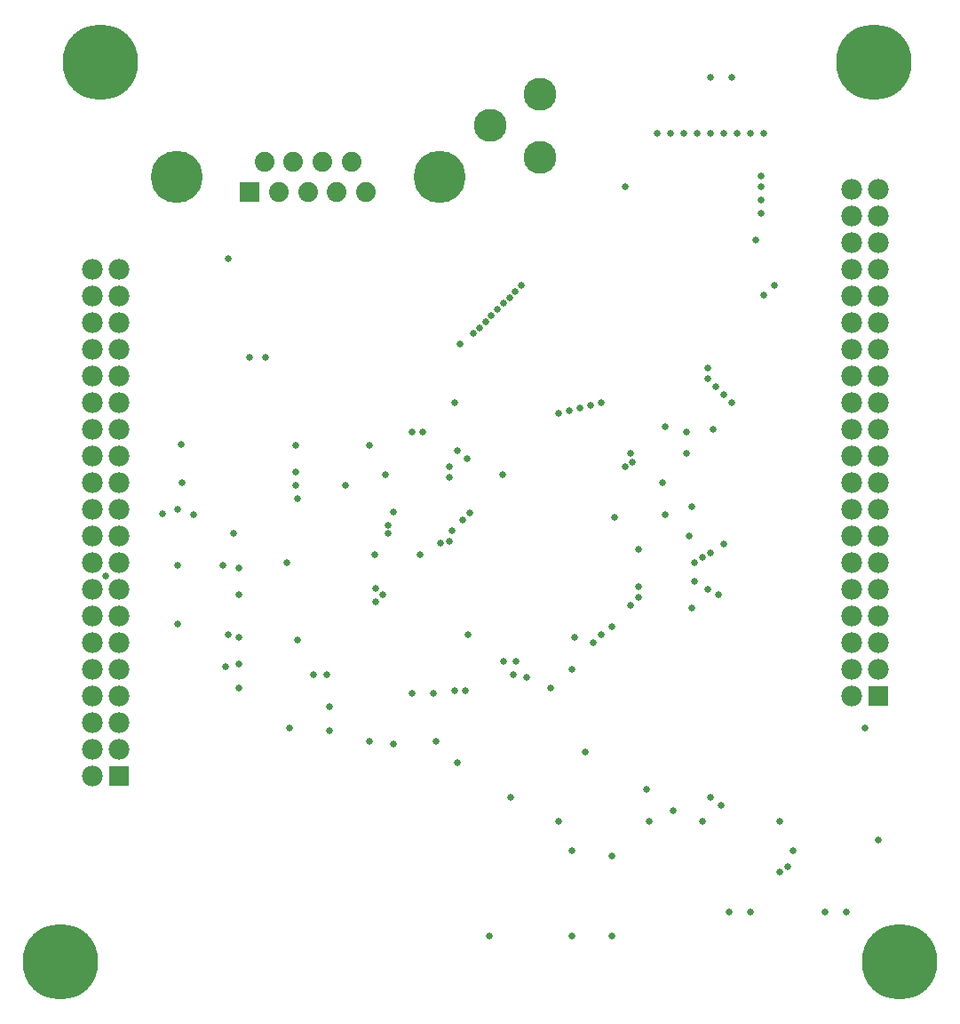
<source format=gbs>
%FSLAX25Y25*%
%MOIN*%
G70*
G01*
G75*
G04 Layer_Color=16711935*
%ADD10C,0.04000*%
G04:AMPARAMS|DCode=11|XSize=9.84mil|YSize=61.02mil|CornerRadius=0mil|HoleSize=0mil|Usage=FLASHONLY|Rotation=45.000|XOffset=0mil|YOffset=0mil|HoleType=Round|Shape=Round|*
%AMOVALD11*
21,1,0.05118,0.00984,0.00000,0.00000,135.0*
1,1,0.00984,0.01810,-0.01810*
1,1,0.00984,-0.01810,0.01810*
%
%ADD11OVALD11*%

G04:AMPARAMS|DCode=12|XSize=9.84mil|YSize=61.02mil|CornerRadius=0mil|HoleSize=0mil|Usage=FLASHONLY|Rotation=315.000|XOffset=0mil|YOffset=0mil|HoleType=Round|Shape=Round|*
%AMOVALD12*
21,1,0.05118,0.00984,0.00000,0.00000,45.0*
1,1,0.00984,-0.01810,-0.01810*
1,1,0.00984,0.01810,0.01810*
%
%ADD12OVALD12*%

%ADD13R,0.04528X0.05709*%
%ADD14R,0.05315X0.06102*%
%ADD15R,0.04134X0.05512*%
%ADD16R,0.03347X0.05118*%
%ADD17R,0.05118X0.06102*%
%ADD18O,0.02362X0.08661*%
%ADD19R,0.04528X0.03937*%
%ADD20R,0.03740X0.05315*%
%ADD21R,0.07500X0.04300*%
%ADD22R,0.03500X0.03900*%
%ADD23R,0.05709X0.04528*%
%ADD24R,0.05118X0.03347*%
%ADD25R,0.09449X0.02992*%
%ADD26R,0.07500X0.02800*%
%ADD27R,0.02800X0.07500*%
%ADD28O,0.07480X0.02362*%
%ADD29C,0.00800*%
%ADD30C,0.01600*%
%ADD31C,0.00787*%
%ADD32C,0.27559*%
%ADD33C,0.18740*%
%ADD34R,0.06654X0.06654*%
%ADD35C,0.06654*%
%ADD36C,0.07000*%
%ADD37R,0.07000X0.07000*%
%ADD38C,0.11500*%
%ADD39C,0.01800*%
%ADD40C,0.04000*%
%ADD41C,0.16598*%
G04:AMPARAMS|DCode=42|XSize=185.197mil|YSize=185.197mil|CornerRadius=0mil|HoleSize=0mil|Usage=FLASHONLY|Rotation=0.000|XOffset=0mil|YOffset=0mil|HoleType=Round|Shape=Relief|Width=10mil|Gap=10mil|Entries=4|*
%AMTHD42*
7,0,0,0.18520,0.16520,0.01000,45*
%
%ADD42THD42*%
%ADD43C,0.08291*%
G04:AMPARAMS|DCode=44|XSize=102.913mil|YSize=102.913mil|CornerRadius=0mil|HoleSize=0mil|Usage=FLASHONLY|Rotation=0.000|XOffset=0mil|YOffset=0mil|HoleType=Round|Shape=Relief|Width=10mil|Gap=10mil|Entries=4|*
%AMTHD44*
7,0,0,0.10291,0.08291,0.01000,45*
%
%ADD44THD44*%
%ADD45C,0.08700*%
G04:AMPARAMS|DCode=46|XSize=107mil|YSize=107mil|CornerRadius=0mil|HoleSize=0mil|Usage=FLASHONLY|Rotation=0.000|XOffset=0mil|YOffset=0mil|HoleType=Round|Shape=Relief|Width=10mil|Gap=10mil|Entries=4|*
%AMTHD46*
7,0,0,0.10700,0.08700,0.01000,45*
%
%ADD46THD46*%
%ADD47C,0.12000*%
G04:AMPARAMS|DCode=48|XSize=140mil|YSize=140mil|CornerRadius=0mil|HoleSize=0mil|Usage=FLASHONLY|Rotation=0.000|XOffset=0mil|YOffset=0mil|HoleType=Round|Shape=Relief|Width=10mil|Gap=10mil|Entries=4|*
%AMTHD48*
7,0,0,0.14000,0.12000,0.01000,45*
%
%ADD48THD48*%
G04:AMPARAMS|DCode=49|XSize=68mil|YSize=68mil|CornerRadius=0mil|HoleSize=0mil|Usage=FLASHONLY|Rotation=0.000|XOffset=0mil|YOffset=0mil|HoleType=Round|Shape=Relief|Width=10mil|Gap=10mil|Entries=4|*
%AMTHD49*
7,0,0,0.06800,0.04800,0.01000,45*
%
%ADD49THD49*%
%ADD50C,0.04800*%
%ADD51C,0.16520*%
%ADD52C,0.00984*%
%ADD53C,0.02362*%
%ADD54C,0.01000*%
%ADD55C,0.01575*%
%ADD56C,0.01969*%
%ADD57C,0.03000*%
%ADD58C,0.00200*%
%ADD59C,0.00591*%
G04:AMPARAMS|DCode=60|XSize=17.84mil|YSize=69.02mil|CornerRadius=0mil|HoleSize=0mil|Usage=FLASHONLY|Rotation=45.000|XOffset=0mil|YOffset=0mil|HoleType=Round|Shape=Round|*
%AMOVALD60*
21,1,0.05118,0.01784,0.00000,0.00000,135.0*
1,1,0.01784,0.01810,-0.01810*
1,1,0.01784,-0.01810,0.01810*
%
%ADD60OVALD60*%

G04:AMPARAMS|DCode=61|XSize=17.84mil|YSize=69.02mil|CornerRadius=0mil|HoleSize=0mil|Usage=FLASHONLY|Rotation=315.000|XOffset=0mil|YOffset=0mil|HoleType=Round|Shape=Round|*
%AMOVALD61*
21,1,0.05118,0.01784,0.00000,0.00000,45.0*
1,1,0.01784,-0.01810,-0.01810*
1,1,0.01784,0.01810,0.01810*
%
%ADD61OVALD61*%

%ADD62R,0.05328X0.06509*%
%ADD63R,0.06115X0.06902*%
%ADD64R,0.04934X0.06312*%
%ADD65R,0.04147X0.05918*%
%ADD66R,0.05918X0.06902*%
%ADD67O,0.03162X0.09461*%
%ADD68R,0.05328X0.04737*%
%ADD69R,0.04540X0.06115*%
%ADD70R,0.08300X0.05100*%
%ADD71R,0.04300X0.04700*%
%ADD72R,0.06509X0.05328*%
%ADD73R,0.05918X0.04147*%
%ADD74R,0.10249X0.03792*%
%ADD75R,0.08300X0.03600*%
%ADD76R,0.03600X0.08300*%
%ADD77O,0.08280X0.03162*%
%ADD78C,0.28359*%
%ADD79C,0.19540*%
%ADD80R,0.07453X0.07453*%
%ADD81C,0.07453*%
%ADD82C,0.07800*%
%ADD83R,0.07800X0.07800*%
%ADD84C,0.12300*%
%ADD85C,0.02600*%
D78*
X18110Y20472D02*
D03*
X33071Y357874D02*
D03*
X323228D02*
D03*
X333071Y20472D02*
D03*
D79*
X160252Y314768D02*
D03*
X61827D02*
D03*
D80*
X89075Y309165D02*
D03*
D81*
X94528Y320346D02*
D03*
X99980Y309165D02*
D03*
X105433Y320346D02*
D03*
X110886Y309165D02*
D03*
X116339Y320346D02*
D03*
X121791Y309165D02*
D03*
X127244Y320346D02*
D03*
X132697Y309165D02*
D03*
D82*
X315000Y310000D02*
D03*
X325000D02*
D03*
X315000Y300000D02*
D03*
X325000D02*
D03*
X315000Y290000D02*
D03*
X325000D02*
D03*
X315000Y280000D02*
D03*
X325000D02*
D03*
X315000Y270000D02*
D03*
X325000D02*
D03*
X315000Y260000D02*
D03*
X325000D02*
D03*
X315000Y250000D02*
D03*
X325000D02*
D03*
X315000Y240000D02*
D03*
X325000D02*
D03*
X315000Y230000D02*
D03*
X325000D02*
D03*
X315000Y220000D02*
D03*
X325000D02*
D03*
X315000Y210000D02*
D03*
X325000D02*
D03*
X315000Y200000D02*
D03*
X325000D02*
D03*
X315000Y190000D02*
D03*
X325000D02*
D03*
X315000Y180000D02*
D03*
X325000D02*
D03*
X315000Y170000D02*
D03*
X325000D02*
D03*
X315000Y160000D02*
D03*
X325000D02*
D03*
X315000Y150000D02*
D03*
X325000D02*
D03*
X315000Y140000D02*
D03*
X325000D02*
D03*
X315000Y130000D02*
D03*
X325000D02*
D03*
X315000Y120000D02*
D03*
X30000D02*
D03*
Y110000D02*
D03*
Y130000D02*
D03*
Y170000D02*
D03*
Y90000D02*
D03*
Y100000D02*
D03*
Y160000D02*
D03*
Y140000D02*
D03*
Y150000D02*
D03*
Y200000D02*
D03*
Y180000D02*
D03*
Y190000D02*
D03*
Y230000D02*
D03*
Y210000D02*
D03*
Y220000D02*
D03*
Y260000D02*
D03*
Y240000D02*
D03*
Y250000D02*
D03*
Y270000D02*
D03*
Y280000D02*
D03*
X40000Y100000D02*
D03*
Y130000D02*
D03*
Y110000D02*
D03*
Y120000D02*
D03*
Y160000D02*
D03*
Y140000D02*
D03*
Y150000D02*
D03*
Y170000D02*
D03*
Y180000D02*
D03*
Y220000D02*
D03*
Y190000D02*
D03*
Y210000D02*
D03*
Y230000D02*
D03*
Y250000D02*
D03*
Y200000D02*
D03*
Y240000D02*
D03*
Y280000D02*
D03*
Y260000D02*
D03*
Y270000D02*
D03*
D83*
X325000Y120000D02*
D03*
X40000Y90000D02*
D03*
D84*
X179500Y334000D02*
D03*
X198000Y322200D02*
D03*
Y345800D02*
D03*
D85*
X62000Y147000D02*
D03*
X191102Y274102D02*
D03*
X188839Y271839D02*
D03*
X186576Y269576D02*
D03*
X184314Y267314D02*
D03*
X182051Y265051D02*
D03*
X179788Y262788D02*
D03*
X177525Y260525D02*
D03*
X175263Y258263D02*
D03*
X173000Y256000D02*
D03*
X81000Y143000D02*
D03*
X80000Y131000D02*
D03*
X79000Y169000D02*
D03*
X62000D02*
D03*
X272000Y331000D02*
D03*
X267000D02*
D03*
X81000Y284000D02*
D03*
X136500Y160500D02*
D03*
X139000Y158000D02*
D03*
X136500Y155500D02*
D03*
X107000Y141000D02*
D03*
X238000Y85000D02*
D03*
X205000Y73000D02*
D03*
X187000Y82000D02*
D03*
X215000Y99000D02*
D03*
X242000Y331000D02*
D03*
X247000D02*
D03*
X252000D02*
D03*
X257000D02*
D03*
X262000D02*
D03*
X106500Y214000D02*
D03*
X56251Y188500D02*
D03*
X134000Y214000D02*
D03*
X150000Y219000D02*
D03*
X269000Y39000D02*
D03*
X277000D02*
D03*
X305000D02*
D03*
X210038Y130000D02*
D03*
X235000Y157000D02*
D03*
X277000Y331000D02*
D03*
X230000Y311000D02*
D03*
X259000Y73000D02*
D03*
X248000Y77000D02*
D03*
X262000Y82000D02*
D03*
X288000Y54000D02*
D03*
X325000Y66000D02*
D03*
X230000Y206000D02*
D03*
X256000Y170000D02*
D03*
X63500Y214500D02*
D03*
X107000Y194000D02*
D03*
X239000Y73000D02*
D03*
X154000Y219000D02*
D03*
X211000Y142000D02*
D03*
X282000Y331000D02*
D03*
X188000Y128000D02*
D03*
X168000Y252000D02*
D03*
X166000Y230000D02*
D03*
X184000Y203000D02*
D03*
X235000Y161000D02*
D03*
X256000Y163000D02*
D03*
X288000Y73000D02*
D03*
X189000Y133000D02*
D03*
X193000Y127000D02*
D03*
X170000Y122000D02*
D03*
X262000Y352000D02*
D03*
X270000D02*
D03*
X232000Y211000D02*
D03*
X232806Y207800D02*
D03*
X259000Y172000D02*
D03*
X254000Y180000D02*
D03*
X266000Y79000D02*
D03*
X95000Y247000D02*
D03*
X261000Y160000D02*
D03*
X267000Y177000D02*
D03*
X313000Y39000D02*
D03*
X225000Y60000D02*
D03*
X179000Y30000D02*
D03*
X210000D02*
D03*
X225000D02*
D03*
X210000Y62000D02*
D03*
X291000Y56000D02*
D03*
X293000Y62000D02*
D03*
X232000Y154000D02*
D03*
X225000Y146000D02*
D03*
X221000Y143000D02*
D03*
X218000Y140000D02*
D03*
X166000Y122053D02*
D03*
X184343Y133000D02*
D03*
X125000Y199000D02*
D03*
X89000Y247000D02*
D03*
X217000Y229000D02*
D03*
X213000Y228000D02*
D03*
X209000Y227000D02*
D03*
X205000Y226000D02*
D03*
X226000Y187000D02*
D03*
X221000Y230000D02*
D03*
X270000D02*
D03*
X267000Y233000D02*
D03*
X264000Y236000D02*
D03*
X261000Y239000D02*
D03*
Y243000D02*
D03*
X255000Y153000D02*
D03*
Y191000D02*
D03*
X265000Y158000D02*
D03*
X262000Y173820D02*
D03*
X320000Y108000D02*
D03*
X282000Y270500D02*
D03*
X286000Y274000D02*
D03*
X279000Y291000D02*
D03*
X281000Y315000D02*
D03*
Y311000D02*
D03*
Y306000D02*
D03*
Y301000D02*
D03*
X85000Y142000D02*
D03*
X235000Y175000D02*
D03*
X245000Y221000D02*
D03*
X263000Y220000D02*
D03*
X253000Y211000D02*
D03*
Y219000D02*
D03*
X244000Y200000D02*
D03*
X245000Y188000D02*
D03*
X62000Y190000D02*
D03*
X63654Y200000D02*
D03*
X140000Y203000D02*
D03*
X170600Y209206D02*
D03*
X167000Y212000D02*
D03*
X164000Y206000D02*
D03*
Y202000D02*
D03*
X202000Y123000D02*
D03*
X167000Y95000D02*
D03*
X171000Y143000D02*
D03*
X141000Y181000D02*
D03*
X35000Y165000D02*
D03*
X153000Y173000D02*
D03*
X141000Y184000D02*
D03*
X143000Y189000D02*
D03*
X106500Y204000D02*
D03*
Y199000D02*
D03*
X160607Y177607D02*
D03*
X164000Y178000D02*
D03*
X165000Y182000D02*
D03*
X169000Y186000D02*
D03*
X171690Y188690D02*
D03*
X85000Y158000D02*
D03*
Y168000D02*
D03*
X85000Y132000D02*
D03*
X85000Y123000D02*
D03*
X118000Y128000D02*
D03*
X113000D02*
D03*
X83154Y181000D02*
D03*
X68000Y188000D02*
D03*
X103000Y170000D02*
D03*
X136000Y173000D02*
D03*
X104000Y108000D02*
D03*
X119000Y116000D02*
D03*
Y107000D02*
D03*
X134000Y103000D02*
D03*
X150000Y121000D02*
D03*
X143000Y102000D02*
D03*
X158000Y121000D02*
D03*
X159000Y103000D02*
D03*
M02*

</source>
